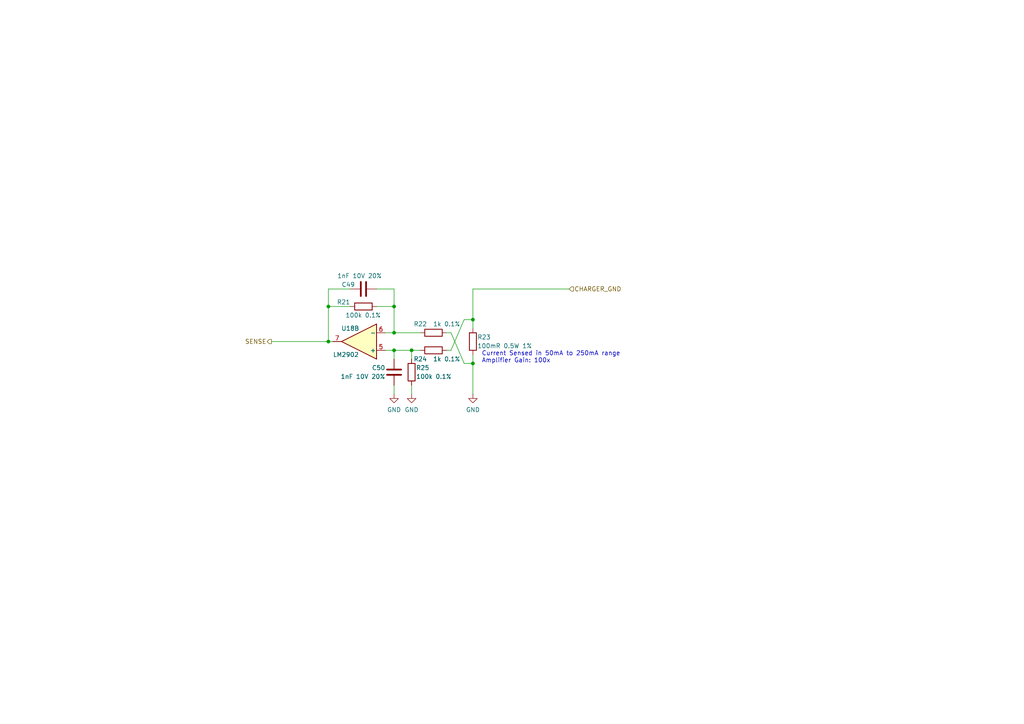
<source format=kicad_sch>
(kicad_sch (version 20230121) (generator eeschema)
  (paper "A4")
  (lib_symbols
    (symbol "Amplifier_Operational:LM2902" (pin_names (offset 0.127))
      (property "Reference" "U" (at 0 5.08 0))
      (property "Value" "LM2902" (at 0 -5.08 0))
      (symbol "LM2902_1_1"
        (polyline (pts (xy -5.08 5.08) (xy 5.08 0) (xy -5.08 -5.08) (xy -5.08 5.08)) (stroke (width 0.254)) (fill (type background)))
        (pin output line (at 7.62 0 180) (length 2.54) (name "~") (number "1"))
        (pin input line (at -7.62 -2.54 0) (length 2.54) (name "-") (number "2"))
        (pin input line (at -7.62 2.54 0) (length 2.54) (name "+") (number "3"))
      )
      (symbol "LM2902_2_1"
        (polyline (pts (xy -5.08 5.08) (xy 5.08 0) (xy -5.08 -5.08) (xy -5.08 5.08)) (stroke (width 0.254)) (fill (type background)))
        (pin input line (at -7.62 2.54 0) (length 2.54) (name "+") (number "5"))
        (pin input line (at -7.62 -2.54 0) (length 2.54) (name "-") (number "6"))
        (pin output line (at 7.62 0 180) (length 2.54) (name "~") (number "7"))
      )
      (symbol "LM2902_3_1"
        (polyline (pts (xy -5.08 5.08) (xy 5.08 0) (xy -5.08 -5.08) (xy -5.08 5.08)) (stroke (width 0.254)) (fill (type background)))
        (pin input line (at -7.62 2.54 0) (length 2.54) (name "+") (number "10"))
        (pin output line (at 7.62 0 180) (length 2.54) (name "~") (number "8"))
        (pin input line (at -7.62 -2.54 0) (length 2.54) (name "-") (number "9"))
      )
      (symbol "LM2902_4_1"
        (polyline (pts (xy -5.08 5.08) (xy 5.08 0) (xy -5.08 -5.08) (xy -5.08 5.08)) (stroke (width 0.254)) (fill (type background)))
        (pin input line (at -7.62 2.54 0) (length 2.54) (name "+") (number "12"))
        (pin input line (at -7.62 -2.54 0) (length 2.54) (name "-") (number "13"))
        (pin output line (at 7.62 0 180) (length 2.54) (name "~") (number "14"))
      )
      (symbol "LM2902_5_1"
        (pin power_in line (at -2.54 -7.62 90) (length 3.81) (name "V-") (number "11"))
        (pin power_in line (at -2.54 7.62 270) (length 3.81) (name "V+") (number "4"))
      )
    )
    (symbol "Device:C" (pin_numbers hide) (pin_names (offset 0.254))
      (property "Reference" "C" (at 0.635 2.54 0))
      (property "Value" "C" (at 0.635 -2.54 0))
      (symbol "C_0_1"
        (polyline (pts (xy -2.032 -0.762) (xy 2.032 -0.762)) (stroke (width 0.508)))
        (polyline (pts (xy -2.032 0.762) (xy 2.032 0.762)) (stroke (width 0.508)))
      )
      (symbol "C_1_1"
        (pin passive line (at 0 3.81 270) (length 2.794) (name "~") (number "1"))
        (pin passive line (at 0 -3.81 90) (length 2.794) (name "~") (number "2"))
      )
    )
    (symbol "Device:R" (pin_numbers hide) (pin_names (offset 0))
      (property "Reference" "R" (at 2.032 0 90))
      (property "Value" "R" (at 0 0 90))
      (symbol "R_0_1"
        (rectangle (start -1.016 -2.54) (end 1.016 2.54) (stroke (width 0.254)))
      )
      (symbol "R_1_1"
        (pin passive line (at 0 3.81 270) (length 1.27) (name "~") (number "1"))
        (pin passive line (at 0 -3.81 90) (length 1.27) (name "~") (number "2"))
      )
    )
    (symbol "power:GND" (power) (pin_names (offset 0))
      (property "Value" "GND" (at 0 -3.81 0))
      (symbol "GND_0_1"
        (polyline (pts (xy 0 0) (xy 0 -1.27) (xy 1.27 -1.27) (xy 0 -2.54) (xy -1.27 -1.27) (xy 0 -1.27)))
      )
      (symbol "GND_1_1"
        (pin power_in line (at 0 0 270) (length 0) hide (name "GND") (number "1"))
      )
    )
  )
  (junction (at 137.16 92.71))
  (junction (at 95.25 99.06))
  (junction (at 95.25 88.9))
  (junction (at 119.38 101.6))
  (junction (at 114.3 96.52))
  (junction (at 137.16 105.41))
  (junction (at 114.3 101.6))
  (junction (at 114.3 88.9))
  (wire (pts (xy 137.16 83.82) (xy 165.1 83.82)))
  (wire (pts (xy 95.25 99.06) (xy 78.74 99.06)))
  (wire (pts (xy 121.92 101.6) (xy 119.38 101.6)))
  (wire (pts (xy 119.38 111.76) (xy 119.38 114.3)))
  (wire (pts (xy 109.22 88.9) (xy 114.3 88.9)))
  (wire (pts (xy 114.3 88.9) (xy 114.3 96.52)))
  (wire (pts (xy 114.3 96.52) (xy 111.76 96.52)))
  (wire (pts (xy 130.81 101.6) (xy 134.62 92.71)))
  (wire (pts (xy 101.6 83.82) (xy 95.25 83.82)))
  (wire (pts (xy 134.62 105.41) (xy 137.16 105.41)))
  (wire (pts (xy 137.16 105.41) (xy 137.16 102.87)))
  (wire (pts (xy 101.6 88.9) (xy 95.25 88.9)))
  (wire (pts (xy 114.3 111.76) (xy 114.3 114.3)))
  (wire (pts (xy 114.3 101.6) (xy 111.76 101.6)))
  (wire (pts (xy 114.3 101.6) (xy 114.3 104.14)))
  (wire (pts (xy 119.38 101.6) (xy 119.38 104.14)))
  (wire (pts (xy 137.16 92.71) (xy 137.16 95.25)))
  (wire (pts (xy 129.54 96.52) (xy 130.81 96.52)))
  (wire (pts (xy 129.54 101.6) (xy 130.81 101.6)))
  (wire (pts (xy 95.25 83.82) (xy 95.25 88.9)))
  (wire (pts (xy 130.81 96.52) (xy 134.62 105.41)))
  (wire (pts (xy 96.52 99.06) (xy 95.25 99.06)))
  (wire (pts (xy 134.62 92.71) (xy 137.16 92.71)))
  (wire (pts (xy 109.22 83.82) (xy 114.3 83.82)))
  (wire (pts (xy 137.16 105.41) (xy 137.16 114.3)))
  (wire (pts (xy 137.16 83.82) (xy 137.16 92.71)))
  (wire (pts (xy 114.3 83.82) (xy 114.3 88.9)))
  (wire (pts (xy 95.25 88.9) (xy 95.25 99.06)))
  (wire (pts (xy 119.38 101.6) (xy 114.3 101.6)))
  (wire (pts (xy 121.92 96.52) (xy 114.3 96.52)))
  (text "Current Sensed in 50mA to 250mA range\nAmplifier Gain: 100x" (at 139.7 105.41 0) (effects (font (size 1.27 1.27)) (justify left bottom)))
  (hierarchical_label "CHARGER_GND" (shape input) (at 165.1 83.82 0))
  (hierarchical_label "SENSE" (shape output) (at 78.74 99.06 180))
  (symbol (lib_id "Amplifier_Operational:LM2902") (at 104.14 99.06 180) (unit 2)
    (property "Reference" "U18" (at 101.6 95.25 0))
    (property "Value" "LM2902" (at 100.33 102.87 0))
    (property "Footprint" "Package_SO:TSSOP-14_4.4x5mm_P0.65mm" (effects hide))
    (property "Datasheet" "http://www.ti.com/lit/ds/symlink/lm2902-n.pdf" (effects hide))
    (property "LCSC Part Number" "C46864" (effects hide))
    (property "Manufacturer" "Texas Instrument" (effects hide))
    (property "Manufacturer Part Number" "LM2902PWR" (effects hide))
    (instances (project "Main" (path "" (reference "U18") (unit 2)) (path "" (reference "U18") (unit 1)) (path "" (reference "U20") (unit 2)) (path "" (reference "U20") (unit 1)) (path "" (reference "U18") (unit 3)) (path "" (reference "U18") (unit 4)) (path "" (reference "U20") (unit 3)) (path "" (reference "U20") (unit 4))))
  )
  (symbol (lib_id "Device:R") (at 105.41 88.9 90) (mirror x) (unit 1)
    (property "Reference" "R21" (at 101.6 87.63 90) (effects (justify left)))
    (property "Value" "100k 0.1%" (at 110.49 91.44 90) (effects (justify left)))
    (property "Footprint" "Resistor_SMD:R_0402_1005Metric" (effects hide))
    (property "Generic OK" "NO" (effects hide))
    (property "Manufacturer" "Fenghua" (effects hide))
    (property "Manufacturer Part Number" "TC02G1003BT" (effects hide))
    (instances (project "Main" (path "" (reference "R21") (unit 1)) (path "" (reference "R28") (unit 1)) (path "" (reference "R54") (unit 1)) (path "" (reference "R49") (unit 1)) (path "" (reference "R39") (unit 1)) (path "" (reference "R44") (unit 1)) (path "" (reference "R59") (unit 1)) (path "" (reference "R64") (unit 1))))
  )
  (symbol (lib_id "Device:R") (at 125.73 101.6 270) (mirror x) (unit 1)
    (property "Reference" "R24" (at 121.92 104.14 90))
    (property "Value" "1k 0.1%" (at 129.54 104.14 90))
    (property "Footprint" "Resistor_SMD:R_0402_1005Metric" (effects hide))
    (property "Manufacturer" "Fenghua" (effects hide))
    (property "Manufacturer Part Number" "TC02G1001BT" (effects hide))
    (property "Generic OK" "YES" (effects hide))
    (instances (project "Main" (path "" (reference "R24") (unit 1)) (path "" (reference "R31") (unit 1)) (path "" (reference "R57") (unit 1)) (path "" (reference "R52") (unit 1)) (path "" (reference "R42") (unit 1)) (path "" (reference "R47") (unit 1)) (path "" (reference "R62") (unit 1)) (path "" (reference "R67") (unit 1))))
  )
  (symbol (lib_id "Device:C") (at 114.3 107.95 0) (unit 1)
    (property "Reference" "C50" (at 111.76 106.68 0) (effects (justify right)))
    (property "Value" "1nF 10V 20%" (at 111.76 109.22 0) (effects (justify right)))
    (property "Footprint" "Capacitor_SMD:C_0402_1005Metric" (effects hide))
    (property "LCSC Part Number" "C77018" (effects hide))
    (property "Manufacturer" "Murata" (effects hide))
    (property "Manufacturer Part Number" "GRM155R71H102KA01D" (effects hide))
    (property "Generic OK" "YES" (effects hide))
    (instances (project "Main" (path "" (reference "C50") (unit 1)) (path "" (reference "C60") (unit 1)) (path "" (reference "C68") (unit 1)) (path "" (reference "C66") (unit 1)) (path "" (reference "C62") (unit 1)) (path "" (reference "C64") (unit 1)) (path "" (reference "C70") (unit 1)) (path "" (reference "C72") (unit 1))))
  )
  (symbol (lib_id "power:GND") (at 137.16 114.3 0) (mirror y) (unit 1)
    (property "Reference" "#PWR043" (effects hide))
    (property "Value" "GND" (at 137.16 118.8625 0))
    (instances (project "Main" (path "" (reference "#PWR043") (unit 1)) (path "" (reference "#PWR049") (unit 1)) (path "" (reference "#PWR072") (unit 1)) (path "" (reference "#PWR069") (unit 1)) (path "" (reference "#PWR054") (unit 1)) (path "" (reference "#PWR062") (unit 1)) (path "" (reference "#PWR075") (unit 1)) (path "" (reference "#PWR079") (unit 1))))
  )
  (symbol (lib_id "Device:R") (at 137.16 99.06 0) (mirror x) (unit 1)
    (property "Reference" "R23" (at 138.43 97.79 0) (effects (justify left)))
    (property "Value" "100mR 0.5W 1%" (at 138.43 100.33 0) (effects (justify left)))
    (property "Footprint" "Resistor_SMD:R_2010_5025Metric" (effects hide))
    (property "Manufacturer" "UNI-ROYAL(Uniroyal Elec)" (effects hide))
    (property "Manufacturer Part Number" "201007F100LT4E" (effects hide))
    (property "Generic OK" "NO" (effects hide))
    (instances (project "Main" (path "" (reference "R23") (unit 1)) (path "" (reference "R30") (unit 1)) (path "" (reference "R56") (unit 1)) (path "" (reference "R51") (unit 1)) (path "" (reference "R41") (unit 1)) (path "" (reference "R46") (unit 1)) (path "" (reference "R61") (unit 1)) (path "" (reference "R66") (unit 1))))
  )
  (symbol (lib_id "Device:C") (at 105.41 83.82 270) (unit 1)
    (property "Reference" "C49" (at 99.06 82.55 90) (effects (justify left)))
    (property "Value" "1nF 10V 20%" (at 97.79 80.01 90) (effects (justify left)))
    (property "Footprint" "Capacitor_SMD:C_0402_1005Metric" (effects hide))
    (property "LCSC Part Number" "C77018" (effects hide))
    (property "Manufacturer" "Murata" (effects hide))
    (property "Manufacturer Part Number" "GRM155R71H102KA01D" (effects hide))
    (property "Generic OK" "YES" (effects hide))
    (instances (project "Main" (path "" (reference "C49") (unit 1)) (path "" (reference "C59") (unit 1)) (path "" (reference "C67") (unit 1)) (path "" (reference "C65") (unit 1)) (path "" (reference "C61") (unit 1)) (path "" (reference "C63") (unit 1)) (path "" (reference "C69") (unit 1)) (path "" (reference "C71") (unit 1))))
  )
  (symbol (lib_id "power:GND") (at 119.38 114.3 0) (mirror y) (unit 1)
    (property "Reference" "#PWR042" (effects hide))
    (property "Value" "GND" (at 119.38 118.8625 0))
    (instances (project "Main" (path "" (reference "#PWR042") (unit 1)) (path "" (reference "#PWR047") (unit 1)) (path "" (reference "#PWR071") (unit 1)) (path "" (reference "#PWR068") (unit 1)) (path "" (reference "#PWR053") (unit 1)) (path "" (reference "#PWR060") (unit 1)) (path "" (reference "#PWR074") (unit 1)) (path "" (reference "#PWR077") (unit 1))))
  )
  (symbol (lib_id "Device:R") (at 119.38 107.95 0) (mirror x) (unit 1)
    (property "Reference" "R25" (at 120.65 106.68 0) (effects (justify left)))
    (property "Value" "100k 0.1%" (at 120.65 109.22 0) (effects (justify left)))
    (property "Footprint" "Resistor_SMD:R_0402_1005Metric" (effects hide))
    (property "Generic OK" "NO" (effects hide))
    (property "Manufacturer" "Fenghua" (effects hide))
    (property "Manufacturer Part Number" "TC02G1003BT" (effects hide))
    (instances (project "Main" (path "" (reference "R25") (unit 1)) (path "" (reference "R32") (unit 1)) (path "" (reference "R58") (unit 1)) (path "" (reference "R53") (unit 1)) (path "" (reference "R43") (unit 1)) (path "" (reference "R48") (unit 1)) (path "" (reference "R63") (unit 1)) (path "" (reference "R68") (unit 1))))
  )
  (symbol (lib_id "Device:R") (at 125.73 96.52 270) (mirror x) (unit 1)
    (property "Reference" "R22" (at 121.92 93.98 90))
    (property "Value" "1k 0.1%" (at 129.54 93.98 90))
    (property "Footprint" "Resistor_SMD:R_0402_1005Metric" (effects hide))
    (property "Manufacturer" "Fenghua" (effects hide))
    (property "Manufacturer Part Number" "TC02G1001BT" (effects hide))
    (property "Generic OK" "YES" (effects hide))
    (instances (project "Main" (path "" (reference "R22") (unit 1)) (path "" (reference "R29") (unit 1)) (path "" (reference "R55") (unit 1)) (path "" (reference "R50") (unit 1)) (path "" (reference "R40") (unit 1)) (path "" (reference "R45") (unit 1)) (path "" (reference "R60") (unit 1)) (path "" (reference "R65") (unit 1))))
  )
  (symbol (lib_id "power:GND") (at 114.3 114.3 0) (mirror y) (unit 1)
    (property "Reference" "#PWR040" (effects hide))
    (property "Value" "GND" (at 114.3 118.8625 0))
    (instances (project "Main" (path "" (reference "#PWR040") (unit 1)) (path "" (reference "#PWR045") (unit 1)) (path "" (reference "#PWR070") (unit 1)) (path "" (reference "#PWR063") (unit 1)) (path "" (reference "#PWR050") (unit 1)) (path "" (reference "#PWR056") (unit 1)) (path "" (reference "#PWR073") (unit 1)) (path "" (reference "#PWR076") (unit 1))))
  )
)
</source>
